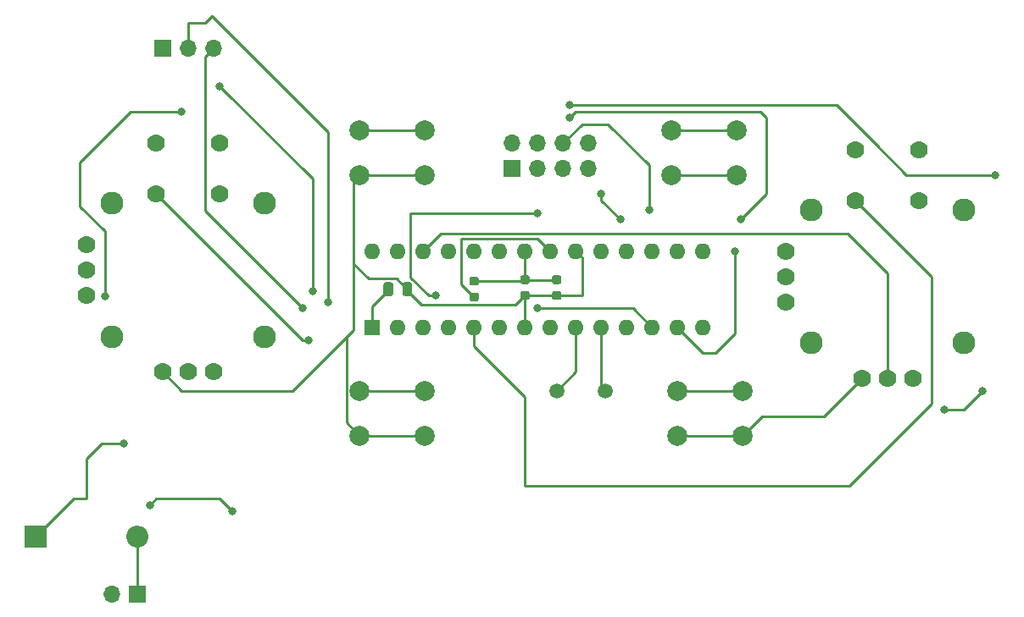
<source format=gbl>
%TF.GenerationSoftware,KiCad,Pcbnew,(5.1.6)-1*%
%TF.CreationDate,2021-01-04T14:37:21+05:30*%
%TF.ProjectId,JoyStick2,4a6f7953-7469-4636-9b32-2e6b69636164,rev?*%
%TF.SameCoordinates,Original*%
%TF.FileFunction,Copper,L2,Bot*%
%TF.FilePolarity,Positive*%
%FSLAX46Y46*%
G04 Gerber Fmt 4.6, Leading zero omitted, Abs format (unit mm)*
G04 Created by KiCad (PCBNEW (5.1.6)-1) date 2021-01-04 14:37:21*
%MOMM*%
%LPD*%
G01*
G04 APERTURE LIST*
%TA.AperFunction,ComponentPad*%
%ADD10R,1.700000X1.700000*%
%TD*%
%TA.AperFunction,ComponentPad*%
%ADD11O,1.700000X1.700000*%
%TD*%
%TA.AperFunction,ComponentPad*%
%ADD12R,1.600000X1.600000*%
%TD*%
%TA.AperFunction,ComponentPad*%
%ADD13O,1.600000X1.600000*%
%TD*%
%TA.AperFunction,ComponentPad*%
%ADD14C,1.500000*%
%TD*%
%TA.AperFunction,ComponentPad*%
%ADD15C,1.778000*%
%TD*%
%TA.AperFunction,ComponentPad*%
%ADD16C,2.286000*%
%TD*%
%TA.AperFunction,ComponentPad*%
%ADD17R,2.200000X2.200000*%
%TD*%
%TA.AperFunction,ComponentPad*%
%ADD18O,2.200000X2.200000*%
%TD*%
%TA.AperFunction,ComponentPad*%
%ADD19C,2.000000*%
%TD*%
%TA.AperFunction,ViaPad*%
%ADD20C,0.800000*%
%TD*%
%TA.AperFunction,Conductor*%
%ADD21C,0.250000*%
%TD*%
G04 APERTURE END LIST*
D10*
%TO.P,J3,1*%
%TO.N,GND*%
X115570000Y-80645000D03*
D11*
%TO.P,J3,2*%
%TO.N,+3V3*%
X115570000Y-78105000D03*
%TO.P,J3,3*%
%TO.N,CE*%
X118110000Y-80645000D03*
%TO.P,J3,4*%
%TO.N,CSN*%
X118110000Y-78105000D03*
%TO.P,J3,5*%
%TO.N,SCK*%
X120650000Y-80645000D03*
%TO.P,J3,6*%
%TO.N,MOSI*%
X120650000Y-78105000D03*
%TO.P,J3,7*%
%TO.N,MISO*%
X123190000Y-80645000D03*
%TO.P,J3,8*%
%TO.N,IRQ*%
X123190000Y-78105000D03*
%TD*%
D12*
%TO.P,U1,1*%
%TO.N,RST*%
X101600000Y-96520000D03*
D13*
%TO.P,U1,15*%
%TO.N,Z-MINUS*%
X134620000Y-88900000D03*
%TO.P,U1,2*%
%TO.N,RX*%
X104140000Y-96520000D03*
%TO.P,U1,16*%
%TO.N,Net-(U1-Pad16)*%
X132080000Y-88900000D03*
%TO.P,U1,3*%
%TO.N,TX*%
X106680000Y-96520000D03*
%TO.P,U1,17*%
%TO.N,MOSI*%
X129540000Y-88900000D03*
%TO.P,U1,4*%
%TO.N,SW1*%
X109220000Y-96520000D03*
%TO.P,U1,18*%
%TO.N,MISO*%
X127000000Y-88900000D03*
%TO.P,U1,5*%
%TO.N,SW2*%
X111760000Y-96520000D03*
%TO.P,U1,19*%
%TO.N,SCK*%
X124460000Y-88900000D03*
%TO.P,U1,6*%
%TO.N,HOME*%
X114300000Y-96520000D03*
%TO.P,U1,20*%
%TO.N,5V_IN*%
X121920000Y-88900000D03*
%TO.P,U1,7*%
X116840000Y-96520000D03*
%TO.P,U1,21*%
%TO.N,Net-(C3-Pad1)*%
X119380000Y-88900000D03*
%TO.P,U1,8*%
%TO.N,GND*%
X119380000Y-96520000D03*
%TO.P,U1,22*%
X116840000Y-88900000D03*
%TO.P,U1,9*%
%TO.N,/XTAL1*%
X121920000Y-96520000D03*
%TO.P,U1,23*%
%TO.N,Net-(U1-Pad23)*%
X114300000Y-88900000D03*
%TO.P,U1,10*%
%TO.N,/XTAL2*%
X124460000Y-96520000D03*
%TO.P,U1,24*%
%TO.N,Z-PLUS*%
X111760000Y-88900000D03*
%TO.P,U1,11*%
%TO.N,Net-(U1-Pad11)*%
X127000000Y-96520000D03*
%TO.P,U1,25*%
%TO.N,A_DIR*%
X109220000Y-88900000D03*
%TO.P,U1,12*%
%TO.N,CE*%
X129540000Y-96520000D03*
%TO.P,U1,26*%
%TO.N,B_DIR*%
X106680000Y-88900000D03*
%TO.P,U1,13*%
%TO.N,CSN*%
X132080000Y-96520000D03*
%TO.P,U1,27*%
%TO.N,Y_DIR*%
X104140000Y-88900000D03*
%TO.P,U1,14*%
%TO.N,CANCEL*%
X134620000Y-96520000D03*
%TO.P,U1,28*%
%TO.N,X_DIR*%
X101600000Y-88900000D03*
%TD*%
%TO.P,C1,2*%
%TO.N,GND*%
%TA.AperFunction,SMDPad,CuDef*%
G36*
G01*
X120271250Y-92207500D02*
X119758750Y-92207500D01*
G75*
G02*
X119540000Y-91988750I0J218750D01*
G01*
X119540000Y-91551250D01*
G75*
G02*
X119758750Y-91332500I218750J0D01*
G01*
X120271250Y-91332500D01*
G75*
G02*
X120490000Y-91551250I0J-218750D01*
G01*
X120490000Y-91988750D01*
G75*
G02*
X120271250Y-92207500I-218750J0D01*
G01*
G37*
%TD.AperFunction*%
%TO.P,C1,1*%
%TO.N,5V_IN*%
%TA.AperFunction,SMDPad,CuDef*%
G36*
G01*
X120271250Y-93782500D02*
X119758750Y-93782500D01*
G75*
G02*
X119540000Y-93563750I0J218750D01*
G01*
X119540000Y-93126250D01*
G75*
G02*
X119758750Y-92907500I218750J0D01*
G01*
X120271250Y-92907500D01*
G75*
G02*
X120490000Y-93126250I0J-218750D01*
G01*
X120490000Y-93563750D01*
G75*
G02*
X120271250Y-93782500I-218750J0D01*
G01*
G37*
%TD.AperFunction*%
%TD*%
%TO.P,C2,1*%
%TO.N,5V_IN*%
%TA.AperFunction,SMDPad,CuDef*%
G36*
G01*
X117096250Y-93782500D02*
X116583750Y-93782500D01*
G75*
G02*
X116365000Y-93563750I0J218750D01*
G01*
X116365000Y-93126250D01*
G75*
G02*
X116583750Y-92907500I218750J0D01*
G01*
X117096250Y-92907500D01*
G75*
G02*
X117315000Y-93126250I0J-218750D01*
G01*
X117315000Y-93563750D01*
G75*
G02*
X117096250Y-93782500I-218750J0D01*
G01*
G37*
%TD.AperFunction*%
%TO.P,C2,2*%
%TO.N,GND*%
%TA.AperFunction,SMDPad,CuDef*%
G36*
G01*
X117096250Y-92207500D02*
X116583750Y-92207500D01*
G75*
G02*
X116365000Y-91988750I0J218750D01*
G01*
X116365000Y-91551250D01*
G75*
G02*
X116583750Y-91332500I218750J0D01*
G01*
X117096250Y-91332500D01*
G75*
G02*
X117315000Y-91551250I0J-218750D01*
G01*
X117315000Y-91988750D01*
G75*
G02*
X117096250Y-92207500I-218750J0D01*
G01*
G37*
%TD.AperFunction*%
%TD*%
%TO.P,C3,1*%
%TO.N,Net-(C3-Pad1)*%
%TA.AperFunction,SMDPad,CuDef*%
G36*
G01*
X112016250Y-93935000D02*
X111503750Y-93935000D01*
G75*
G02*
X111285000Y-93716250I0J218750D01*
G01*
X111285000Y-93278750D01*
G75*
G02*
X111503750Y-93060000I218750J0D01*
G01*
X112016250Y-93060000D01*
G75*
G02*
X112235000Y-93278750I0J-218750D01*
G01*
X112235000Y-93716250D01*
G75*
G02*
X112016250Y-93935000I-218750J0D01*
G01*
G37*
%TD.AperFunction*%
%TO.P,C3,2*%
%TO.N,GND*%
%TA.AperFunction,SMDPad,CuDef*%
G36*
G01*
X112016250Y-92360000D02*
X111503750Y-92360000D01*
G75*
G02*
X111285000Y-92141250I0J218750D01*
G01*
X111285000Y-91703750D01*
G75*
G02*
X111503750Y-91485000I218750J0D01*
G01*
X112016250Y-91485000D01*
G75*
G02*
X112235000Y-91703750I0J-218750D01*
G01*
X112235000Y-92141250D01*
G75*
G02*
X112016250Y-92360000I-218750J0D01*
G01*
G37*
%TD.AperFunction*%
%TD*%
D14*
%TO.P,Y1,1*%
%TO.N,/XTAL1*%
X120015000Y-102870000D03*
%TO.P,Y1,2*%
%TO.N,/XTAL2*%
X124895000Y-102870000D03*
%TD*%
D15*
%TO.P,U2,V3*%
%TO.N,GND*%
X73025000Y-93345000D03*
%TO.P,U2,V2*%
%TO.N,X_DIR*%
X73025000Y-90805000D03*
%TO.P,U2,V1*%
%TO.N,5V_IN*%
X73025000Y-88265000D03*
D16*
%TO.P,U2,S4*%
%TO.N,Net-(U2-PadS1)*%
X90805000Y-84137500D03*
%TO.P,U2,S3*%
X90805000Y-97472500D03*
%TO.P,U2,S2*%
X75565000Y-97472500D03*
%TO.P,U2,S1*%
X75565000Y-84137500D03*
D15*
%TO.P,U2,H3*%
%TO.N,GND*%
X85725000Y-100965000D03*
%TO.P,U2,H2*%
%TO.N,Y_DIR*%
X83185000Y-100965000D03*
%TO.P,U2,H1*%
%TO.N,5V_IN*%
X80645000Y-100965000D03*
%TO.P,U2,B2B*%
%TO.N,N/C*%
X86360000Y-83185000D03*
%TO.P,U2,B2A*%
%TO.N,SW1*%
X80010000Y-83185000D03*
%TO.P,U2,B1B*%
%TO.N,N/C*%
X86360000Y-78105000D03*
%TO.P,U2,B1A*%
%TO.N,5V_IN*%
X80010000Y-78105000D03*
%TD*%
%TO.P,U3,B1A*%
%TO.N,5V_IN*%
X149860000Y-78740000D03*
%TO.P,U3,B1B*%
%TO.N,N/C*%
X156210000Y-78740000D03*
%TO.P,U3,B2A*%
%TO.N,SW2*%
X149860000Y-83820000D03*
%TO.P,U3,B2B*%
%TO.N,N/C*%
X156210000Y-83820000D03*
%TO.P,U3,H1*%
%TO.N,5V_IN*%
X150495000Y-101600000D03*
%TO.P,U3,H2*%
%TO.N,B_DIR*%
X153035000Y-101600000D03*
%TO.P,U3,H3*%
%TO.N,GND*%
X155575000Y-101600000D03*
D16*
%TO.P,U3,S1*%
%TO.N,Net-(U3-PadS1)*%
X145415000Y-84772500D03*
%TO.P,U3,S2*%
X145415000Y-98107500D03*
%TO.P,U3,S3*%
X160655000Y-98107500D03*
%TO.P,U3,S4*%
X160655000Y-84772500D03*
D15*
%TO.P,U3,V1*%
%TO.N,5V_IN*%
X142875000Y-88900000D03*
%TO.P,U3,V2*%
%TO.N,A_DIR*%
X142875000Y-91440000D03*
%TO.P,U3,V3*%
%TO.N,GND*%
X142875000Y-93980000D03*
%TD*%
D17*
%TO.P,D1,1*%
%TO.N,+9V*%
X67945000Y-117475000D03*
D18*
%TO.P,D1,2*%
%TO.N,Net-(D1-Pad2)*%
X78105000Y-117475000D03*
%TD*%
D10*
%TO.P,J1,1*%
%TO.N,Net-(D1-Pad2)*%
X78105000Y-123190000D03*
D11*
%TO.P,J1,2*%
%TO.N,GND*%
X75565000Y-123190000D03*
%TD*%
%TO.P,R1,1*%
%TO.N,5V_IN*%
%TA.AperFunction,SMDPad,CuDef*%
G36*
G01*
X105565000Y-92253750D02*
X105565000Y-93166250D01*
G75*
G02*
X105321250Y-93410000I-243750J0D01*
G01*
X104833750Y-93410000D01*
G75*
G02*
X104590000Y-93166250I0J243750D01*
G01*
X104590000Y-92253750D01*
G75*
G02*
X104833750Y-92010000I243750J0D01*
G01*
X105321250Y-92010000D01*
G75*
G02*
X105565000Y-92253750I0J-243750D01*
G01*
G37*
%TD.AperFunction*%
%TO.P,R1,2*%
%TO.N,RST*%
%TA.AperFunction,SMDPad,CuDef*%
G36*
G01*
X103690000Y-92253750D02*
X103690000Y-93166250D01*
G75*
G02*
X103446250Y-93410000I-243750J0D01*
G01*
X102958750Y-93410000D01*
G75*
G02*
X102715000Y-93166250I0J243750D01*
G01*
X102715000Y-92253750D01*
G75*
G02*
X102958750Y-92010000I243750J0D01*
G01*
X103446250Y-92010000D01*
G75*
G02*
X103690000Y-92253750I0J-243750D01*
G01*
G37*
%TD.AperFunction*%
%TD*%
D19*
%TO.P,SW1,2*%
%TO.N,5V_IN*%
X100330000Y-81335000D03*
%TO.P,SW1,1*%
%TO.N,Z-PLUS*%
X100330000Y-76835000D03*
%TO.P,SW1,2*%
%TO.N,5V_IN*%
X106830000Y-81335000D03*
%TO.P,SW1,1*%
%TO.N,Z-PLUS*%
X106830000Y-76835000D03*
%TD*%
%TO.P,SW2,1*%
%TO.N,HOME*%
X106830000Y-102870000D03*
%TO.P,SW2,2*%
%TO.N,5V_IN*%
X106830000Y-107370000D03*
%TO.P,SW2,1*%
%TO.N,HOME*%
X100330000Y-102870000D03*
%TO.P,SW2,2*%
%TO.N,5V_IN*%
X100330000Y-107370000D03*
%TD*%
%TO.P,SW3,2*%
%TO.N,5V_IN*%
X131445000Y-81335000D03*
%TO.P,SW3,1*%
%TO.N,Z-MINUS*%
X131445000Y-76835000D03*
%TO.P,SW3,2*%
%TO.N,5V_IN*%
X137945000Y-81335000D03*
%TO.P,SW3,1*%
%TO.N,Z-MINUS*%
X137945000Y-76835000D03*
%TD*%
%TO.P,SW4,1*%
%TO.N,CANCEL*%
X138580000Y-102870000D03*
%TO.P,SW4,2*%
%TO.N,5V_IN*%
X138580000Y-107370000D03*
%TO.P,SW4,1*%
%TO.N,CANCEL*%
X132080000Y-102870000D03*
%TO.P,SW4,2*%
%TO.N,5V_IN*%
X132080000Y-107370000D03*
%TD*%
D10*
%TO.P,J2,1*%
%TO.N,RST*%
X80645000Y-68580000D03*
D11*
%TO.P,J2,2*%
%TO.N,TX*%
X83185000Y-68580000D03*
%TO.P,J2,3*%
%TO.N,RX*%
X85725000Y-68580000D03*
%TD*%
D20*
%TO.N,GND*%
X82550000Y-74930000D03*
X120015000Y-91770000D03*
X74875861Y-93399139D03*
%TO.N,SW1*%
X95250000Y-97790000D03*
%TO.N,5V_IN*%
X162560000Y-102870000D03*
X158750000Y-104775000D03*
X79375000Y-114300000D03*
X87630000Y-114935000D03*
%TO.N,+9V*%
X76785000Y-108190000D03*
%TO.N,+3V3*%
X121285000Y-74295000D03*
X163830000Y-81280000D03*
%TO.N,RST*%
X103111250Y-92951250D03*
X95643750Y-92951250D03*
X86360000Y-72390000D03*
%TO.N,TX*%
X97155000Y-93980000D03*
%TO.N,RX*%
X94615000Y-94615000D03*
%TO.N,CE*%
X118110000Y-85090000D03*
X107950000Y-93345000D03*
X118110000Y-94615000D03*
%TO.N,CSN*%
X121285000Y-75565000D03*
X138430000Y-85725000D03*
X137795000Y-88900000D03*
%TO.N,MOSI*%
X129222500Y-84772500D03*
%TO.N,MISO*%
X124460000Y-83185000D03*
X126365000Y-85725000D03*
%TD*%
D21*
%TO.N,GND*%
X116840000Y-88900000D02*
X116840000Y-91770000D01*
X116840000Y-91770000D02*
X120015000Y-91770000D01*
X120015000Y-91770000D02*
X120015000Y-91770000D01*
X116687500Y-91922500D02*
X116840000Y-91770000D01*
X111760000Y-91922500D02*
X116687500Y-91922500D01*
X74875861Y-93399139D02*
X74875861Y-86940861D01*
X74875861Y-86940861D02*
X72390000Y-84455000D01*
X72390000Y-84455000D02*
X72390000Y-80010000D01*
X77470000Y-74930000D02*
X82550000Y-74930000D01*
X72390000Y-80010000D02*
X77470000Y-74930000D01*
%TO.N,Net-(C3-Pad1)*%
X119380000Y-88900000D02*
X118110000Y-87630000D01*
X118110000Y-87630000D02*
X110490000Y-87630000D01*
X110490000Y-92227500D02*
X111760000Y-93497500D01*
X110490000Y-87630000D02*
X110490000Y-92227500D01*
%TO.N,/XTAL1*%
X121920000Y-100965000D02*
X120015000Y-102870000D01*
X121920000Y-96520000D02*
X121920000Y-100965000D01*
%TO.N,/XTAL2*%
X124460000Y-102435000D02*
X124895000Y-102870000D01*
X124460000Y-96520000D02*
X124460000Y-102435000D01*
%TO.N,SW2*%
X111760000Y-98425000D02*
X111760000Y-96520000D01*
X116840000Y-103505000D02*
X111760000Y-98425000D01*
X149860000Y-83820000D02*
X157480000Y-91440000D01*
X149225000Y-112395000D02*
X116840000Y-112395000D01*
X157480000Y-91440000D02*
X157480000Y-104140000D01*
X157480000Y-104140000D02*
X149225000Y-112395000D01*
X116840000Y-112395000D02*
X116840000Y-103505000D01*
%TO.N,SW1*%
X80010000Y-83185000D02*
X94615000Y-97790000D01*
X94615000Y-97790000D02*
X95250000Y-97790000D01*
X95250000Y-97790000D02*
X95250000Y-97790000D01*
%TO.N,B_DIR*%
X108400010Y-87179990D02*
X149040010Y-87179990D01*
X106680000Y-88900000D02*
X108400010Y-87179990D01*
X153035000Y-91174980D02*
X153035000Y-101600000D01*
X149040010Y-87179990D02*
X153035000Y-91174980D01*
%TO.N,5V_IN*%
X116840000Y-93345000D02*
X120015000Y-93345000D01*
X120015000Y-93345000D02*
X122555000Y-93345000D01*
X122555000Y-89535000D02*
X121920000Y-88900000D01*
X122555000Y-93345000D02*
X122555000Y-89535000D01*
X116840000Y-93345000D02*
X116840000Y-96520000D01*
X115924990Y-94260010D02*
X116840000Y-93345000D01*
X106477510Y-94260010D02*
X115924990Y-94260010D01*
X104927500Y-92710000D02*
X106477510Y-94260010D01*
X132080000Y-107370000D02*
X138580000Y-107370000D01*
X100330000Y-107370000D02*
X106830000Y-107370000D01*
X150495000Y-101600000D02*
X146685000Y-105410000D01*
X140540000Y-105410000D02*
X138580000Y-107370000D01*
X146685000Y-105410000D02*
X140540000Y-105410000D01*
X100330000Y-81335000D02*
X106830000Y-81335000D01*
X131445000Y-81335000D02*
X137945000Y-81335000D01*
X99695000Y-81970000D02*
X100330000Y-81335000D01*
X99695000Y-90170000D02*
X99695000Y-81970000D01*
X101209990Y-91684990D02*
X99695000Y-90170000D01*
X105077500Y-92710000D02*
X104052490Y-91684990D01*
X104052490Y-91684990D02*
X101209990Y-91684990D01*
X99004999Y-106044999D02*
X100330000Y-107370000D01*
X99695000Y-96800002D02*
X99004999Y-97490003D01*
X99004999Y-97490003D02*
X99004999Y-106044999D01*
X99695000Y-90170000D02*
X99695000Y-96800002D01*
X99004999Y-97490003D02*
X93625002Y-102870000D01*
X82550000Y-102870000D02*
X80645000Y-100965000D01*
X93625002Y-102870000D02*
X82550000Y-102870000D01*
X160655000Y-104775000D02*
X162560000Y-102870000D01*
X158750000Y-104775000D02*
X160655000Y-104775000D01*
X86360000Y-113665000D02*
X87630000Y-114935000D01*
X79375000Y-114300000D02*
X80010000Y-113665000D01*
X80010000Y-113665000D02*
X86360000Y-113665000D01*
%TO.N,+9V*%
X76785000Y-108190000D02*
X74535000Y-108190000D01*
X74535000Y-108190000D02*
X73025000Y-109700000D01*
X73025000Y-109700000D02*
X73025000Y-113665000D01*
X71755000Y-113665000D02*
X67945000Y-117475000D01*
X73025000Y-113665000D02*
X71755000Y-113665000D01*
%TO.N,+3V3*%
X121285000Y-74295000D02*
X147955000Y-74295000D01*
X147955000Y-74295000D02*
X151765000Y-78105000D01*
X151765000Y-78105000D02*
X154940000Y-81280000D01*
X154940000Y-81280000D02*
X163830000Y-81280000D01*
X163830000Y-81280000D02*
X163830000Y-81280000D01*
%TO.N,Net-(D1-Pad2)*%
X78105000Y-123190000D02*
X78105000Y-117475000D01*
%TO.N,Z-PLUS*%
X100330000Y-76835000D02*
X106830000Y-76835000D01*
%TO.N,Z-MINUS*%
X131445000Y-76835000D02*
X137945000Y-76835000D01*
%TO.N,HOME*%
X100330000Y-102870000D02*
X106830000Y-102870000D01*
%TO.N,CANCEL*%
X132080000Y-102870000D02*
X138580000Y-102870000D01*
%TO.N,RST*%
X101600000Y-94462500D02*
X103111250Y-92951250D01*
X101600000Y-96520000D02*
X101600000Y-94462500D01*
X103111250Y-92951250D02*
X103352500Y-92710000D01*
X95643750Y-92951250D02*
X95643750Y-81673750D01*
X95643750Y-81673750D02*
X86360000Y-72390000D01*
X86360000Y-72390000D02*
X86360000Y-72390000D01*
%TO.N,TX*%
X83185000Y-68580000D02*
X83185000Y-66040000D01*
X84924002Y-66040000D02*
X85559002Y-65405000D01*
X83185000Y-66040000D02*
X84924002Y-66040000D01*
X97155000Y-77000998D02*
X97155000Y-93980000D01*
X85559002Y-65405000D02*
X97155000Y-77000998D01*
%TO.N,RX*%
X84875001Y-84875001D02*
X94615000Y-94615000D01*
X84875001Y-69429999D02*
X84875001Y-84875001D01*
X85725000Y-68580000D02*
X84875001Y-69429999D01*
%TO.N,CE*%
X118110000Y-85090000D02*
X105410000Y-85090000D01*
X105410000Y-91538150D02*
X107216850Y-93345000D01*
X105410000Y-85090000D02*
X105410000Y-91538150D01*
X107216850Y-93345000D02*
X107950000Y-93345000D01*
X107950000Y-93345000D02*
X107950000Y-93345000D01*
X127635000Y-94615000D02*
X129540000Y-96520000D01*
X118110000Y-94615000D02*
X127635000Y-94615000D01*
%TO.N,CSN*%
X121285000Y-75565000D02*
X121920000Y-74930000D01*
X121920000Y-74930000D02*
X140335000Y-74930000D01*
X140335000Y-74930000D02*
X140970000Y-75565000D01*
X140970000Y-75565000D02*
X140970000Y-83185000D01*
X140970000Y-83185000D02*
X138430000Y-85725000D01*
X138430000Y-85725000D02*
X138430000Y-85725000D01*
X134620000Y-99060000D02*
X132080000Y-96520000D01*
X135890000Y-99060000D02*
X134620000Y-99060000D01*
X137795000Y-88900000D02*
X137795000Y-97155000D01*
X137795000Y-97155000D02*
X135890000Y-99060000D01*
%TO.N,MOSI*%
X122555000Y-76200000D02*
X120650000Y-78105000D01*
X125095000Y-76200000D02*
X122555000Y-76200000D01*
X129222500Y-84772500D02*
X129222500Y-80327500D01*
X129222500Y-80327500D02*
X125095000Y-76200000D01*
%TO.N,MISO*%
X124460000Y-83185000D02*
X124460000Y-83820000D01*
X124460000Y-83820000D02*
X126365000Y-85725000D01*
X126365000Y-85725000D02*
X126365000Y-85725000D01*
%TD*%
M02*

</source>
